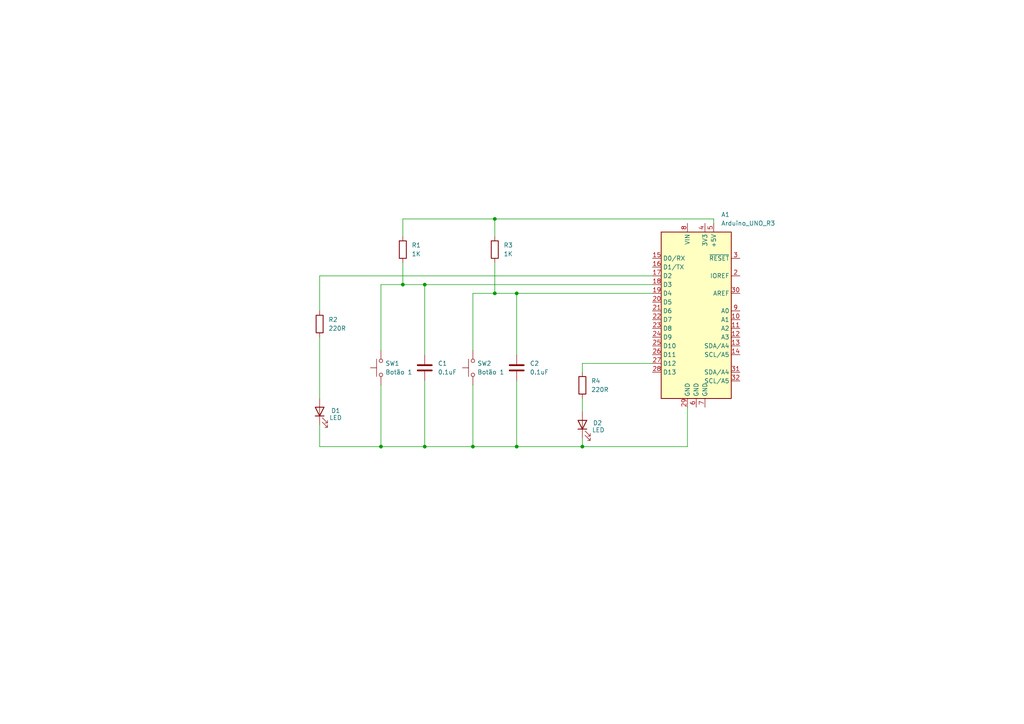
<source format=kicad_sch>
(kicad_sch (version 20250114) (generator "eeschema") (generator_version "9.0")
  (paper "A4")
  (lib_symbols
    (symbol "Device:C" (pin_numbers (hide yes)) (pin_names (offset 0.254))
      (property "Reference" "C" (at 0.635 2.54 0))
      (property "Value" "C" (at 0.635 -2.54 0))
      (symbol "C_0_1"
        (polyline (pts (xy -2.032 0.762) (xy 2.032 0.762)) (stroke (width 0.508)))
        (polyline (pts (xy -2.032 -0.762) (xy 2.032 -0.762)) (stroke (width 0.508)))
      )
      (symbol "C_1_1"
        (pin passive line (at 0 3.81 270) (length 2.794) (name "~") (number "1"))
        (pin passive line (at 0 -3.81 90) (length 2.794) (name "~") (number "2"))
      )
    )
    (symbol "Device:LED" (pin_numbers (hide yes)) (pin_names (offset 1.016) (hide yes))
      (property "Reference" "D" (at 0 2.54 0))
      (property "Value" "LED" (at 0 -2.54 0))
      (symbol "LED_0_1"
        (polyline (pts (xy -3.048 -0.762) (xy -4.572 -2.286) (xy -3.81 -2.286) (xy -4.572 -2.286) (xy -4.572 -1.524)))
        (polyline (pts (xy -1.778 -0.762) (xy -3.302 -2.286) (xy -2.54 -2.286) (xy -3.302 -2.286) (xy -3.302 -1.524)))
        (polyline (pts (xy -1.27 0) (xy 1.27 0)))
        (polyline (pts (xy -1.27 -1.27) (xy -1.27 1.27)) (stroke (width 0.254)))
        (polyline (pts (xy 1.27 -1.27) (xy 1.27 1.27) (xy -1.27 0) (xy 1.27 -1.27)) (stroke (width 0.254)))
      )
      (symbol "LED_1_1"
        (pin passive line (at -3.81 0 0) (length 2.54) (name "K") (number "1"))
        (pin passive line (at 3.81 0 180) (length 2.54) (name "A") (number "2"))
      )
    )
    (symbol "Device:R" (pin_numbers (hide yes)) (pin_names (offset 0))
      (property "Reference" "R" (at 2.032 0 90))
      (property "Value" "R" (at 0 0 90))
      (symbol "R_0_1"
        (rectangle (start -1.016 -2.54) (end 1.016 2.54) (stroke (width 0.254)))
      )
      (symbol "R_1_1"
        (pin passive line (at 0 3.81 270) (length 1.27) (name "~") (number "1"))
        (pin passive line (at 0 -3.81 90) (length 1.27) (name "~") (number "2"))
      )
    )
    (symbol "MCU_Module:Arduino_UNO_R3"
      (property "Reference" "A" (at -10.16 23.495 0))
      (property "Value" "Arduino_UNO_R3" (at 5.08 -26.67 0))
      (symbol "Arduino_UNO_R3_0_1"
        (rectangle (start -10.16 22.86) (end 10.16 -25.4) (stroke (width 0.254)) (fill (type background)))
      )
      (symbol "Arduino_UNO_R3_1_1"
        (pin bidirectional line (at -12.7 15.24 0) (length 2.54) (name "D0/RX") (number "15"))
        (pin bidirectional line (at -12.7 12.7 0) (length 2.54) (name "D1/TX") (number "16"))
        (pin bidirectional line (at -12.7 10.16 0) (length 2.54) (name "D2") (number "17"))
        (pin bidirectional line (at -12.7 7.62 0) (length 2.54) (name "D3") (number "18"))
        (pin bidirectional line (at -12.7 5.08 0) (length 2.54) (name "D4") (number "19"))
        (pin bidirectional line (at -12.7 2.54 0) (length 2.54) (name "D5") (number "20"))
        (pin bidirectional line (at -12.7 0 0) (length 2.54) (name "D6") (number "21"))
        (pin bidirectional line (at -12.7 -2.54 0) (length 2.54) (name "D7") (number "22"))
        (pin bidirectional line (at -12.7 -5.08 0) (length 2.54) (name "D8") (number "23"))
        (pin bidirectional line (at -12.7 -7.62 0) (length 2.54) (name "D9") (number "24"))
        (pin bidirectional line (at -12.7 -10.16 0) (length 2.54) (name "D10") (number "25"))
        (pin bidirectional line (at -12.7 -12.7 0) (length 2.54) (name "D11") (number "26"))
        (pin bidirectional line (at -12.7 -15.24 0) (length 2.54) (name "D12") (number "27"))
        (pin bidirectional line (at -12.7 -17.78 0) (length 2.54) (name "D13") (number "28"))
        (pin no_connect line (at -10.16 -20.32 0) (length 2.54) (hide yes) (name "NC") (number "1"))
        (pin power_in line (at -2.54 25.4 270) (length 2.54) (name "VIN") (number "8"))
        (pin power_in line (at -2.54 -27.94 90) (length 2.54) (name "GND") (number "29"))
        (pin power_in line (at 0 -27.94 90) (length 2.54) (name "GND") (number "6"))
        (pin power_out line (at 2.54 25.4 270) (length 2.54) (name "3V3") (number "4"))
        (pin power_in line (at 2.54 -27.94 90) (length 2.54) (name "GND") (number "7"))
        (pin power_out line (at 5.08 25.4 270) (length 2.54) (name "+5V") (number "5"))
        (pin input line (at 12.7 15.24 180) (length 2.54) (name "~{RESET}") (number "3"))
        (pin output line (at 12.7 10.16 180) (length 2.54) (name "IOREF") (number "2"))
        (pin input line (at 12.7 5.08 180) (length 2.54) (name "AREF") (number "30"))
        (pin bidirectional line (at 12.7 0 180) (length 2.54) (name "A0") (number "9"))
        (pin bidirectional line (at 12.7 -2.54 180) (length 2.54) (name "A1") (number "10"))
        (pin bidirectional line (at 12.7 -5.08 180) (length 2.54) (name "A2") (number "11"))
        (pin bidirectional line (at 12.7 -7.62 180) (length 2.54) (name "A3") (number "12"))
        (pin bidirectional line (at 12.7 -10.16 180) (length 2.54) (name "SDA/A4") (number "13"))
        (pin bidirectional line (at 12.7 -12.7 180) (length 2.54) (name "SCL/A5") (number "14"))
        (pin bidirectional line (at 12.7 -17.78 180) (length 2.54) (name "SDA/A4") (number "31"))
        (pin bidirectional line (at 12.7 -20.32 180) (length 2.54) (name "SCL/A5") (number "32"))
      )
    )
    (symbol "Switch:SW_Push" (pin_numbers (hide yes)) (pin_names (offset 1.016) (hide yes))
      (property "Reference" "SW" (at 1.27 2.54 0))
      (property "Value" "SW_Push" (at 0 -1.524 0))
      (symbol "SW_Push_0_1"
        (circle (center -2.032 0) (radius 0.508))
        (polyline (pts (xy 0 1.27) (xy 0 3.048)))
        (circle (center 2.032 0) (radius 0.508))
        (polyline (pts (xy 2.54 1.27) (xy -2.54 1.27)))
        (pin passive line (at -5.08 0 0) (length 2.54) (name "1") (number "1"))
        (pin passive line (at 5.08 0 180) (length 2.54) (name "2") (number "2"))
      )
    )
  )
  (junction (at 168.91 129.54))
  (junction (at 143.51 85.09))
  (junction (at 149.86 129.54))
  (junction (at 110.49 129.54))
  (junction (at 149.86 85.09))
  (junction (at 137.16 129.54))
  (junction (at 143.51 63.5))
  (junction (at 116.84 82.55))
  (junction (at 123.19 129.54))
  (junction (at 123.19 82.55))
  (wire (pts (xy 92.71 97.79) (xy 92.71 115.57)))
  (wire (pts (xy 110.49 111.76) (xy 110.49 129.54)))
  (wire (pts (xy 116.84 63.5) (xy 143.51 63.5)))
  (wire (pts (xy 92.71 129.54) (xy 110.49 129.54)))
  (wire (pts (xy 137.16 111.76) (xy 137.16 129.54)))
  (wire (pts (xy 149.86 85.09) (xy 149.86 102.87)))
  (wire (pts (xy 110.49 129.54) (xy 123.19 129.54)))
  (wire (pts (xy 207.01 63.5) (xy 207.01 64.77)))
  (wire (pts (xy 149.86 85.09) (xy 189.23 85.09)))
  (wire (pts (xy 137.16 85.09) (xy 143.51 85.09)))
  (wire (pts (xy 92.71 80.01) (xy 92.71 90.17)))
  (wire (pts (xy 123.19 82.55) (xy 116.84 82.55)))
  (wire (pts (xy 168.91 105.41) (xy 168.91 107.95)))
  (wire (pts (xy 189.23 80.01) (xy 92.71 80.01)))
  (wire (pts (xy 123.19 82.55) (xy 123.19 102.87)))
  (wire (pts (xy 123.19 110.49) (xy 123.19 129.54)))
  (wire (pts (xy 189.23 105.41) (xy 168.91 105.41)))
  (wire (pts (xy 143.51 63.5) (xy 207.01 63.5)))
  (wire (pts (xy 116.84 76.2) (xy 116.84 82.55)))
  (wire (pts (xy 149.86 110.49) (xy 149.86 129.54)))
  (wire (pts (xy 137.16 129.54) (xy 149.86 129.54)))
  (wire (pts (xy 168.91 127) (xy 168.91 129.54)))
  (wire (pts (xy 123.19 129.54) (xy 137.16 129.54)))
  (wire (pts (xy 149.86 129.54) (xy 168.91 129.54)))
  (wire (pts (xy 116.84 63.5) (xy 116.84 68.58)))
  (wire (pts (xy 110.49 101.6) (xy 110.49 82.55)))
  (wire (pts (xy 143.51 76.2) (xy 143.51 85.09)))
  (wire (pts (xy 143.51 85.09) (xy 149.86 85.09)))
  (wire (pts (xy 137.16 101.6) (xy 137.16 85.09)))
  (wire (pts (xy 92.71 123.19) (xy 92.71 129.54)))
  (wire (pts (xy 143.51 63.5) (xy 143.51 68.58)))
  (wire (pts (xy 110.49 82.55) (xy 116.84 82.55)))
  (wire (pts (xy 123.19 82.55) (xy 189.23 82.55)))
  (wire (pts (xy 168.91 129.54) (xy 199.39 129.54)))
  (wire (pts (xy 168.91 115.57) (xy 168.91 119.38)))
  (wire (pts (xy 199.39 129.54) (xy 199.39 118.11)))
  (symbol (lib_id "Switch:SW_Push") (at 137.16 106.68 90) (unit 1)
    (property "Reference" "SW2" (at 138.43 105.4099 90) (effects (justify right)))
    (property "Value" "Botão 1" (at 138.43 107.95 90) (effects (justify right)))
    (property "Description" "Push button switch, generic, two pins" (effects (hide yes)))
  )
  (symbol (lib_id "Device:C") (at 149.86 106.68 0) (unit 1)
    (property "Reference" "C2" (at 153.67 105.4099 0) (effects (justify left)))
    (property "Value" "0.1uF" (at 153.67 107.9499 0) (effects (justify left)))
    (property "Description" "Unpolarized capacitor" (effects (hide yes)))
  )
  (symbol (lib_id "Switch:SW_Push") (at 110.49 106.68 90) (unit 1)
    (property "Reference" "SW1" (at 111.76 105.4099 90) (effects (justify right)))
    (property "Value" "Botão 1" (at 111.76 107.95 90) (effects (justify right)))
    (property "Description" "Push button switch, generic, two pins" (effects (hide yes)))
  )
  (symbol (lib_id "Device:C") (at 123.19 106.68 0) (unit 1)
    (property "Reference" "C1" (at 127 105.4099 0) (effects (justify left)))
    (property "Value" "0.1uF" (at 127 107.9499 0) (effects (justify left)))
    (property "Description" "Unpolarized capacitor" (effects (hide yes)))
  )
  (symbol (lib_id "Device:R") (at 143.51 72.39 0) (unit 1)
    (property "Reference" "R3" (at 146.05 71.1199 0) (effects (justify left)))
    (property "Value" "1K" (at 146.05 73.6599 0) (effects (justify left)))
    (property "Description" "Resistor" (effects (hide yes)))
  )
  (symbol (lib_id "Device:R") (at 168.91 111.76 0) (unit 1)
    (property "Reference" "R4" (at 171.45 110.4899 0) (effects (justify left)))
    (property "Value" "220R" (at 171.45 113.0299 0) (effects (justify left)))
    (property "Description" "Resistor" (effects (hide yes)))
  )
  (symbol (lib_id "Device:LED") (at 92.71 119.38 90) (unit 1)
    (property "Reference" "D1" (at 96.012 119.126 90) (effects (justify right)))
    (property "Value" "LED" (at 95.504 121.158 90) (effects (justify right)))
    (property "Description" "Light emitting diode" (effects (hide yes)))
    (property "Sim.Pins" "1=K 2=A" (effects (hide yes)))
  )
  (symbol (lib_id "Device:R") (at 116.84 72.39 0) (unit 1)
    (property "Reference" "R1" (at 119.38 71.1199 0) (effects (justify left)))
    (property "Value" "1K" (at 119.38 73.6599 0) (effects (justify left)))
    (property "Description" "Resistor" (effects (hide yes)))
  )
  (symbol (lib_id "Device:LED") (at 168.91 123.19 90) (unit 1)
    (property "Reference" "D2" (at 171.958 122.682 90) (effects (justify right)))
    (property "Value" "LED" (at 171.704 124.714 90) (effects (justify right)))
    (property "Description" "Light emitting diode" (effects (hide yes)))
    (property "Sim.Pins" "1=K 2=A" (effects (hide yes)))
  )
  (symbol (lib_id "MCU_Module:Arduino_UNO_R3") (at 201.93 90.17 0) (unit 1)
    (property "Reference" "A1" (at 209.1533 62.23 0) (effects (justify left)))
    (property "Value" "Arduino_UNO_R3" (at 209.1533 64.77 0) (effects (justify left)))
    (property "Footprint" "Module:Arduino_UNO_R3" (effects (hide yes)))
    (property "Datasheet" "https://www.arduino.cc/en/Main/arduinoBoardUno" (effects (hide yes)))
    (property "Description" "Arduino UNO Microcontroller Module, release 3" (effects (hide yes)))
  )
  (symbol (lib_id "Device:R") (at 92.71 93.98 0) (unit 1)
    (property "Reference" "R2" (at 95.25 92.7099 0) (effects (justify left)))
    (property "Value" "220R" (at 95.25 95.2499 0) (effects (justify left)))
    (property "Description" "Resistor" (effects (hide yes)))
  )
)
</source>
